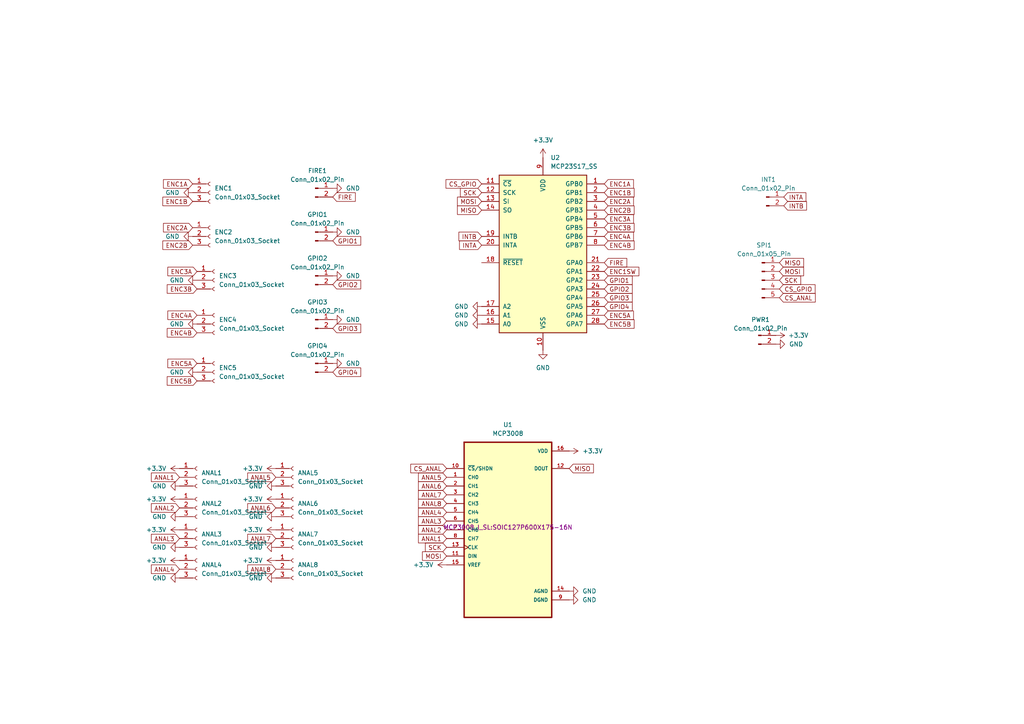
<source format=kicad_sch>
(kicad_sch (version 20230121) (generator eeschema)
  (paper "A4")
  (lib_symbols
    (symbol "Connector:Conn_01x02_Pin" (pin_names (offset 1.016) hide)
      (property "Reference" "J" (at 0 2.54 0))
      (property "Value" "Conn_01x02_Pin" (at 0 -5.08 0))
      (symbol "Conn_01x02_Pin_1_1"
        (polyline (pts (xy 1.27 -2.54) (xy 0.8636 -2.54)) (stroke (width 0.1524)))
        (polyline (pts (xy 1.27 0) (xy 0.8636 0)) (stroke (width 0.1524)))
        (rectangle (start 0.8636 -2.413) (end 0 -2.667) (stroke (width 0.1524)) (fill (type outline)))
        (rectangle (start 0.8636 0.127) (end 0 -0.127) (stroke (width 0.1524)) (fill (type outline)))
        (pin passive line (at 5.08 0 180) (length 3.81) (name "Pin_1") (number "1"))
        (pin passive line (at 5.08 -2.54 180) (length 3.81) (name "Pin_2") (number "2"))
      )
    )
    (symbol "Connector:Conn_01x03_Socket" (pin_names (offset 1.016) hide)
      (property "Reference" "J" (at 0 5.08 0))
      (property "Value" "Conn_01x03_Socket" (at 0 -5.08 0))
      (symbol "Conn_01x03_Socket_1_1"
        (arc (start 0 -2.032) (mid -0.5058 -2.54) (end 0 -3.048) (stroke (width 0.1524)))
        (polyline (pts (xy -1.27 -2.54) (xy -0.508 -2.54)) (stroke (width 0.1524)))
        (polyline (pts (xy -1.27 0) (xy -0.508 0)) (stroke (width 0.1524)))
        (polyline (pts (xy -1.27 2.54) (xy -0.508 2.54)) (stroke (width 0.1524)))
        (arc (start 0 0.508) (mid -0.5058 0) (end 0 -0.508) (stroke (width 0.1524)))
        (arc (start 0 3.048) (mid -0.5058 2.54) (end 0 2.032) (stroke (width 0.1524)))
        (pin passive line (at -5.08 2.54 0) (length 3.81) (name "Pin_1") (number "1"))
        (pin passive line (at -5.08 0 0) (length 3.81) (name "Pin_2") (number "2"))
        (pin passive line (at -5.08 -2.54 0) (length 3.81) (name "Pin_3") (number "3"))
      )
    )
    (symbol "Connector:Conn_01x05_Pin" (pin_names (offset 1.016) hide)
      (property "Reference" "J" (at 0 7.62 0))
      (property "Value" "Conn_01x05_Pin" (at 0 -7.62 0))
      (symbol "Conn_01x05_Pin_1_1"
        (polyline (pts (xy 1.27 -5.08) (xy 0.8636 -5.08)) (stroke (width 0.1524)))
        (polyline (pts (xy 1.27 -2.54) (xy 0.8636 -2.54)) (stroke (width 0.1524)))
        (polyline (pts (xy 1.27 0) (xy 0.8636 0)) (stroke (width 0.1524)))
        (polyline (pts (xy 1.27 2.54) (xy 0.8636 2.54)) (stroke (width 0.1524)))
        (polyline (pts (xy 1.27 5.08) (xy 0.8636 5.08)) (stroke (width 0.1524)))
        (rectangle (start 0.8636 -4.953) (end 0 -5.207) (stroke (width 0.1524)) (fill (type outline)))
        (rectangle (start 0.8636 -2.413) (end 0 -2.667) (stroke (width 0.1524)) (fill (type outline)))
        (rectangle (start 0.8636 0.127) (end 0 -0.127) (stroke (width 0.1524)) (fill (type outline)))
        (rectangle (start 0.8636 2.667) (end 0 2.413) (stroke (width 0.1524)) (fill (type outline)))
        (rectangle (start 0.8636 5.207) (end 0 4.953) (stroke (width 0.1524)) (fill (type outline)))
        (pin passive line (at 5.08 5.08 180) (length 3.81) (name "Pin_1") (number "1"))
        (pin passive line (at 5.08 2.54 180) (length 3.81) (name "Pin_2") (number "2"))
        (pin passive line (at 5.08 0 180) (length 3.81) (name "Pin_3") (number "3"))
        (pin passive line (at 5.08 -2.54 180) (length 3.81) (name "Pin_4") (number "4"))
        (pin passive line (at 5.08 -5.08 180) (length 3.81) (name "Pin_5") (number "5"))
      )
    )
    (symbol "Interface_Expansion:MCP23S17_SS" (pin_names (offset 1.016))
      (property "Reference" "U" (at -11.43 24.13 0))
      (property "Value" "MCP23S17_SS" (at 0 0 0))
      (symbol "MCP23S17_SS_0_1"
        (rectangle (start -12.7 22.86) (end 12.7 -22.86) (stroke (width 0.254)) (fill (type background)))
      )
      (symbol "MCP23S17_SS_1_1"
        (pin bidirectional line (at 17.78 20.32 180) (length 5.08) (name "GPB0") (number "1"))
        (pin power_in line (at 0 -27.94 90) (length 5.08) (name "VSS") (number "10"))
        (pin input line (at -17.78 20.32 0) (length 5.08) (name "~{CS}") (number "11"))
        (pin input line (at -17.78 17.78 0) (length 5.08) (name "SCK") (number "12"))
        (pin input line (at -17.78 15.24 0) (length 5.08) (name "SI") (number "13"))
        (pin output line (at -17.78 12.7 0) (length 5.08) (name "SO") (number "14"))
        (pin input line (at -17.78 -20.32 0) (length 5.08) (name "A0") (number "15"))
        (pin input line (at -17.78 -17.78 0) (length 5.08) (name "A1") (number "16"))
        (pin input line (at -17.78 -15.24 0) (length 5.08) (name "A2") (number "17"))
        (pin input line (at -17.78 -2.54 0) (length 5.08) (name "~{RESET}") (number "18"))
        (pin tri_state line (at -17.78 5.08 0) (length 5.08) (name "INTB") (number "19"))
        (pin bidirectional line (at 17.78 17.78 180) (length 5.08) (name "GPB1") (number "2"))
        (pin tri_state line (at -17.78 2.54 0) (length 5.08) (name "INTA") (number "20"))
        (pin bidirectional line (at 17.78 -2.54 180) (length 5.08) (name "GPA0") (number "21"))
        (pin bidirectional line (at 17.78 -5.08 180) (length 5.08) (name "GPA1") (number "22"))
        (pin bidirectional line (at 17.78 -7.62 180) (length 5.08) (name "GPA2") (number "23"))
        (pin bidirectional line (at 17.78 -10.16 180) (length 5.08) (name "GPA3") (number "24"))
        (pin bidirectional line (at 17.78 -12.7 180) (length 5.08) (name "GPA4") (number "25"))
        (pin bidirectional line (at 17.78 -15.24 180) (length 5.08) (name "GPA5") (number "26"))
        (pin bidirectional line (at 17.78 -17.78 180) (length 5.08) (name "GPA6") (number "27"))
        (pin bidirectional line (at 17.78 -20.32 180) (length 5.08) (name "GPA7") (number "28"))
        (pin bidirectional line (at 17.78 15.24 180) (length 5.08) (name "GPB2") (number "3"))
        (pin bidirectional line (at 17.78 12.7 180) (length 5.08) (name "GPB3") (number "4"))
        (pin bidirectional line (at 17.78 10.16 180) (length 5.08) (name "GPB4") (number "5"))
        (pin bidirectional line (at 17.78 7.62 180) (length 5.08) (name "GPB5") (number "6"))
        (pin bidirectional line (at 17.78 5.08 180) (length 5.08) (name "GPB6") (number "7"))
        (pin bidirectional line (at 17.78 2.54 180) (length 5.08) (name "GPB7") (number "8"))
        (pin power_in line (at 0 27.94 270) (length 5.08) (name "VDD") (number "9"))
      )
    )
    (symbol "MCP3008-I_SL:MCP3008-I_SL" (pin_names (offset 1.016))
      (property "Reference" "U" (at -12.7 26.4 0))
      (property "Value" "MCP3008-I_SL" (at -12.7 -29.4 0))
      (symbol "MCP3008-I_SL_0_0"
        (rectangle (start -12.7 -25.4) (end 12.7 25.4) (stroke (width 0.41)) (fill (type background)))
        (pin input line (at -17.78 15.24 0) (length 5.08) (name "CH0") (number "1"))
        (pin input line (at -17.78 17.78 0) (length 5.08) (name "~{CS}/SHDN") (number "10"))
        (pin input line (at -17.78 -7.62 0) (length 5.08) (name "DIN") (number "11"))
        (pin output line (at 17.78 17.78 180) (length 5.08) (name "DOUT") (number "12"))
        (pin input clock (at -17.78 -5.08 0) (length 5.08) (name "CLK") (number "13"))
        (pin power_in line (at 17.78 -17.78 180) (length 5.08) (name "AGND") (number "14"))
        (pin input line (at -17.78 -10.16 0) (length 5.08) (name "VREF") (number "15"))
        (pin power_in line (at 17.78 22.86 180) (length 5.08) (name "VDD") (number "16"))
        (pin input line (at -17.78 12.7 0) (length 5.08) (name "CH1") (number "2"))
        (pin input line (at -17.78 10.16 0) (length 5.08) (name "CH2") (number "3"))
        (pin input line (at -17.78 7.62 0) (length 5.08) (name "CH3") (number "4"))
        (pin input line (at -17.78 5.08 0) (length 5.08) (name "CH4") (number "5"))
        (pin input line (at -17.78 2.54 0) (length 5.08) (name "CH5") (number "6"))
        (pin input line (at -17.78 0 0) (length 5.08) (name "CH6") (number "7"))
        (pin input line (at -17.78 -2.54 0) (length 5.08) (name "CH7") (number "8"))
        (pin power_in line (at 17.78 -20.32 180) (length 5.08) (name "DGND") (number "9"))
      )
    )
    (symbol "power:+3.3V" (power) (pin_names (offset 0))
      (property "Value" "+3.3V" (at 0 3.556 0))
      (symbol "+3.3V_0_1"
        (polyline (pts (xy -0.762 1.27) (xy 0 2.54)))
        (polyline (pts (xy 0 0) (xy 0 2.54)))
        (polyline (pts (xy 0 2.54) (xy 0.762 1.27)))
      )
      (symbol "+3.3V_1_1"
        (pin power_in line (at 0 0 90) (length 0) hide (name "+3.3V") (number "1"))
      )
    )
    (symbol "power:GND" (power) (pin_names (offset 0))
      (property "Value" "GND" (at 0 -3.81 0))
      (symbol "GND_0_1"
        (polyline (pts (xy 0 0) (xy 0 -1.27) (xy 1.27 -1.27) (xy 0 -2.54) (xy -1.27 -1.27) (xy 0 -1.27)))
      )
      (symbol "GND_1_1"
        (pin power_in line (at 0 0 270) (length 0) hide (name "GND") (number "1"))
      )
    )
  )
  (global_label "GPIO4" (shape input) (at 175.26 88.9 0) (property "Intersheetrefs" "${INTERSHEET_REFS}" (effects hide)))
  (global_label "MISO" (shape input) (at 139.7 60.96 180) (property "Intersheetrefs" "${INTERSHEET_REFS}" (effects hide)))
  (global_label "GPIO1" (shape input) (at 96.52 69.85 0) (property "Intersheetrefs" "${INTERSHEET_REFS}" (effects hide)))
  (global_label "ENC1B" (shape input) (at 55.88 58.42 180) (property "Intersheetrefs" "${INTERSHEET_REFS}" (effects hide)))
  (global_label "ENC4B" (shape input) (at 175.26 71.12 0) (property "Intersheetrefs" "${INTERSHEET_REFS}" (effects hide)))
  (global_label "FIRE" (shape input) (at 96.52 57.15 0) (property "Intersheetrefs" "${INTERSHEET_REFS}" (effects hide)))
  (global_label "ENC1B" (shape input) (at 175.26 55.88 0) (property "Intersheetrefs" "${INTERSHEET_REFS}" (effects hide)))
  (global_label "ANAL6" (shape input) (at 129.54 140.97 180) (property "Intersheetrefs" "${INTERSHEET_REFS}" (effects hide)))
  (global_label "CS_GPIO" (shape input) (at 226.06 83.82 0) (property "Intersheetrefs" "${INTERSHEET_REFS}" (effects hide)))
  (global_label "ENC1A" (shape input) (at 175.26 53.34 0) (property "Intersheetrefs" "${INTERSHEET_REFS}" (effects hide)))
  (global_label "MOSI" (shape input) (at 226.06 78.74 0) (property "Intersheetrefs" "${INTERSHEET_REFS}" (effects hide)))
  (global_label "GPIO4" (shape input) (at 96.52 107.95 0) (property "Intersheetrefs" "${INTERSHEET_REFS}" (effects hide)))
  (global_label "ANAL7" (shape input) (at 80.01 156.21 180) (property "Intersheetrefs" "${INTERSHEET_REFS}" (effects hide)))
  (global_label "ENC5B" (shape input) (at 175.26 93.98 0) (property "Intersheetrefs" "${INTERSHEET_REFS}" (effects hide)))
  (global_label "ANAL4" (shape input) (at 52.07 165.1 180) (property "Intersheetrefs" "${INTERSHEET_REFS}" (effects hide)))
  (global_label "ANAL6" (shape input) (at 80.01 147.32 180) (property "Intersheetrefs" "${INTERSHEET_REFS}" (effects hide)))
  (global_label "ENC1A" (shape input) (at 55.88 53.34 180) (property "Intersheetrefs" "${INTERSHEET_REFS}" (effects hide)))
  (global_label "FIRE" (shape input) (at 175.26 76.2 0) (property "Intersheetrefs" "${INTERSHEET_REFS}" (effects hide)))
  (global_label "ENC4B" (shape input) (at 57.15 96.52 180) (property "Intersheetrefs" "${INTERSHEET_REFS}" (effects hide)))
  (global_label "ENC2B" (shape input) (at 55.88 71.12 180) (property "Intersheetrefs" "${INTERSHEET_REFS}" (effects hide)))
  (global_label "GPIO1" (shape input) (at 175.26 81.28 0) (property "Intersheetrefs" "${INTERSHEET_REFS}" (effects hide)))
  (global_label "ENC5B" (shape input) (at 57.15 110.49 180) (property "Intersheetrefs" "${INTERSHEET_REFS}" (effects hide)))
  (global_label "ENC2B" (shape input) (at 175.26 60.96 0) (property "Intersheetrefs" "${INTERSHEET_REFS}" (effects hide)))
  (global_label "ENC3A" (shape input) (at 57.15 78.74 180) (property "Intersheetrefs" "${INTERSHEET_REFS}" (effects hide)))
  (global_label "ENC3B" (shape input) (at 175.26 66.04 0) (property "Intersheetrefs" "${INTERSHEET_REFS}" (effects hide)))
  (global_label "GPIO2" (shape input) (at 175.26 83.82 0) (property "Intersheetrefs" "${INTERSHEET_REFS}" (effects hide)))
  (global_label "ENC4A" (shape input) (at 57.15 91.44 180) (property "Intersheetrefs" "${INTERSHEET_REFS}" (effects hide)))
  (global_label "ENC2A" (shape input) (at 55.88 66.04 180) (property "Intersheetrefs" "${INTERSHEET_REFS}" (effects hide)))
  (global_label "ANAL2" (shape input) (at 52.07 147.32 180) (property "Intersheetrefs" "${INTERSHEET_REFS}" (effects hide)))
  (global_label "ENC4A" (shape input) (at 175.26 68.58 0) (property "Intersheetrefs" "${INTERSHEET_REFS}" (effects hide)))
  (global_label "ENC3A" (shape input) (at 175.26 63.5 0) (property "Intersheetrefs" "${INTERSHEET_REFS}" (effects hide)))
  (global_label "SCK" (shape input) (at 129.54 158.75 180) (property "Intersheetrefs" "${INTERSHEET_REFS}" (effects hide)))
  (global_label "SCK" (shape input) (at 139.7 55.88 180) (property "Intersheetrefs" "${INTERSHEET_REFS}" (effects hide)))
  (global_label "CS_ANAL" (shape input) (at 129.54 135.89 180) (property "Intersheetrefs" "${INTERSHEET_REFS}" (effects hide)))
  (global_label "ANAL5" (shape input) (at 129.54 138.43 180) (property "Intersheetrefs" "${INTERSHEET_REFS}" (effects hide)))
  (global_label "ENC2A" (shape input) (at 175.26 58.42 0) (property "Intersheetrefs" "${INTERSHEET_REFS}" (effects hide)))
  (global_label "SCK" (shape input) (at 226.06 81.28 0) (property "Intersheetrefs" "${INTERSHEET_REFS}" (effects hide)))
  (global_label "CS_ANAL" (shape input) (at 226.06 86.36 0) (property "Intersheetrefs" "${INTERSHEET_REFS}" (effects hide)))
  (global_label "ANAL4" (shape input) (at 129.54 148.59 180) (property "Intersheetrefs" "${INTERSHEET_REFS}" (effects hide)))
  (global_label "GPIO2" (shape input) (at 96.52 82.55 0) (property "Intersheetrefs" "${INTERSHEET_REFS}" (effects hide)))
  (global_label "ANAL2" (shape input) (at 129.54 153.67 180) (property "Intersheetrefs" "${INTERSHEET_REFS}" (effects hide)))
  (global_label "MISO" (shape input) (at 226.06 76.2 0) (property "Intersheetrefs" "${INTERSHEET_REFS}" (effects hide)))
  (global_label "INTA" (shape input) (at 139.7 71.12 180) (property "Intersheetrefs" "${INTERSHEET_REFS}" (effects hide)))
  (global_label "ANAL1" (shape input) (at 129.54 156.21 180) (property "Intersheetrefs" "${INTERSHEET_REFS}" (effects hide)))
  (global_label "INTB" (shape input) (at 139.7 68.58 180) (property "Intersheetrefs" "${INTERSHEET_REFS}" (effects hide)))
  (global_label "INTA" (shape input) (at 227.33 57.15 0) (property "Intersheetrefs" "${INTERSHEET_REFS}" (effects hide)))
  (global_label "GPIO3" (shape input) (at 96.52 95.25 0) (property "Intersheetrefs" "${INTERSHEET_REFS}" (effects hide)))
  (global_label "ANAL7" (shape input) (at 129.54 143.51 180) (property "Intersheetrefs" "${INTERSHEET_REFS}" (effects hide)))
  (global_label "ANAL1" (shape input) (at 52.07 138.43 180) (property "Intersheetrefs" "${INTERSHEET_REFS}" (effects hide)))
  (global_label "ENC3B" (shape input) (at 57.15 83.82 180) (property "Intersheetrefs" "${INTERSHEET_REFS}" (effects hide)))
  (global_label "ANAL8" (shape input) (at 129.54 146.05 180) (property "Intersheetrefs" "${INTERSHEET_REFS}" (effects hide)))
  (global_label "ANAL5" (shape input) (at 80.01 138.43 180) (property "Intersheetrefs" "${INTERSHEET_REFS}" (effects hide)))
  (global_label "ENC1SW" (shape input) (at 175.26 78.74 0) (property "Intersheetrefs" "${INTERSHEET_REFS}" (effects hide)))
  (global_label "INTB" (shape input) (at 227.33 59.69 0) (property "Intersheetrefs" "${INTERSHEET_REFS}" (effects hide)))
  (global_label "MISO" (shape input) (at 165.1 135.89 0) (property "Intersheetrefs" "${INTERSHEET_REFS}" (effects hide)))
  (global_label "GPIO3" (shape input) (at 175.26 86.36 0) (property "Intersheetrefs" "${INTERSHEET_REFS}" (effects hide)))
  (global_label "MOSI" (shape input) (at 139.7 58.42 180) (property "Intersheetrefs" "${INTERSHEET_REFS}" (effects hide)))
  (global_label "CS_GPIO" (shape input) (at 139.7 53.34 180) (property "Intersheetrefs" "${INTERSHEET_REFS}" (effects hide)))
  (global_label "ANAL3" (shape input) (at 129.54 151.13 180) (property "Intersheetrefs" "${INTERSHEET_REFS}" (effects hide)))
  (global_label "ENC5A" (shape input) (at 57.15 105.41 180) (property "Intersheetrefs" "${INTERSHEET_REFS}" (effects hide)))
  (global_label "ANAL8" (shape input) (at 80.01 165.1 180) (property "Intersheetrefs" "${INTERSHEET_REFS}" (effects hide)))
  (global_label "ANAL3" (shape input) (at 52.07 156.21 180) (property "Intersheetrefs" "${INTERSHEET_REFS}" (effects hide)))
  (global_label "MOSI" (shape input) (at 129.54 161.29 180) (property "Intersheetrefs" "${INTERSHEET_REFS}" (effects hide)))
  (global_label "ENC5A" (shape input) (at 175.26 91.44 0) (property "Intersheetrefs" "${INTERSHEET_REFS}" (effects hide)))
  (symbol (lib_id "power:GND") (at 80.01 167.64 270) (unit 1)
    (property "Reference" "#PWR021" (effects hide))
    (property "Value" "GND" (at 76.2 167.64 90) (effects (justify right)))
  )
  (symbol (lib_id "power:+3.3V") (at 80.01 153.67 90) (unit 1)
    (property "Reference" "#PWR018" (effects hide))
    (property "Value" "+3.3V" (at 76.2 153.67 90) (effects (justify left)))
  )
  (symbol (lib_id "Interface_Expansion:MCP23S17_SS") (at 157.48 73.66 0) (unit 1)
    (property "Reference" "U2" (at 159.6741 45.72 0) (effects (justify left)))
    (property "Value" "MCP23S17_SS" (at 159.6741 48.26 0) (effects (justify left)))
    (property "Footprint" "Package_SO:SSOP-28_5.3x10.2mm_P0.65mm" (effects hide))
    (property "Datasheet" "http://ww1.microchip.com/downloads/en/DeviceDoc/20001952C.pdf" (effects hide))
  )
  (symbol (lib_id "Connector:Conn_01x02_Pin") (at 91.44 92.71 0) (unit 1)
    (property "Reference" "GPIO3" (at 92.075 87.63 0))
    (property "Value" "Conn_01x02_Pin" (at 92.075 90.17 0))
    (property "Footprint" "Connector_JST:JST_XH_B2B-XH-AM_1x02_P2.50mm_Vertical" (effects hide))
  )
  (symbol (lib_id "power:GND") (at 80.01 149.86 270) (unit 1)
    (property "Reference" "#PWR017" (effects hide))
    (property "Value" "GND" (at 76.2 149.86 90) (effects (justify right)))
  )
  (symbol (lib_id "power:+3.3V") (at 157.48 45.72 0) (unit 1)
    (property "Reference" "#PWR031" (effects hide))
    (property "Value" "+3.3V" (at 157.48 40.64 0))
  )
  (symbol (lib_id "power:+3.3V") (at 52.07 144.78 90) (unit 1)
    (property "Reference" "#PWR03" (effects hide))
    (property "Value" "+3.3V" (at 48.26 144.78 90) (effects (justify left)))
  )
  (symbol (lib_id "Connector:Conn_01x03_Socket") (at 57.15 147.32 0) (unit 1)
    (property "Reference" "ANAL2" (at 58.42 146.05 0) (effects (justify left)))
    (property "Value" "Conn_01x03_Socket" (at 58.42 148.59 0) (effects (justify left)))
    (property "Footprint" "Connector_JST:JST_XH_B3B-XH-AM_1x03_P2.50mm_Vertical" (effects hide))
  )
  (symbol (lib_id "Connector:Conn_01x03_Socket") (at 57.15 165.1 0) (unit 1)
    (property "Reference" "ANAL4" (at 58.42 163.83 0) (effects (justify left)))
    (property "Value" "Conn_01x03_Socket" (at 58.42 166.37 0) (effects (justify left)))
    (property "Footprint" "Connector_JST:JST_XH_B3B-XH-AM_1x03_P2.50mm_Vertical" (effects hide))
  )
  (symbol (lib_id "power:GND") (at 80.01 140.97 270) (unit 1)
    (property "Reference" "#PWR015" (effects hide))
    (property "Value" "GND" (at 76.2 140.97 90) (effects (justify right)))
  )
  (symbol (lib_id "power:GND") (at 157.48 101.6 0) (unit 1)
    (property "Reference" "#PWR032" (effects hide))
    (property "Value" "GND" (at 157.48 106.68 0))
  )
  (symbol (lib_id "power:GND") (at 52.07 158.75 270) (unit 1)
    (property "Reference" "#PWR06" (effects hide))
    (property "Value" "GND" (at 48.26 158.75 90) (effects (justify right)))
  )
  (symbol (lib_id "power:GND") (at 96.52 67.31 90) (unit 1)
    (property "Reference" "#PWR023" (effects hide))
    (property "Value" "GND" (at 100.33 67.31 90) (effects (justify right)))
  )
  (symbol (lib_id "power:GND") (at 96.52 92.71 90) (unit 1)
    (property "Reference" "#PWR025" (effects hide))
    (property "Value" "GND" (at 100.33 92.71 90) (effects (justify right)))
  )
  (symbol (lib_id "power:GND") (at 80.01 158.75 270) (unit 1)
    (property "Reference" "#PWR019" (effects hide))
    (property "Value" "GND" (at 76.2 158.75 90) (effects (justify right)))
  )
  (symbol (lib_id "Connector:Conn_01x02_Pin") (at 91.44 54.61 0) (unit 1)
    (property "Reference" "FIRE1" (at 92.075 49.53 0))
    (property "Value" "Conn_01x02_Pin" (at 92.075 52.07 0))
    (property "Footprint" "Connector_JST:JST_XH_B2B-XH-AM_1x02_P2.50mm_Vertical" (effects hide))
  )
  (symbol (lib_id "power:GND") (at 57.15 81.28 270) (unit 1)
    (property "Reference" "#PWR011" (effects hide))
    (property "Value" "GND" (at 53.34 81.28 90) (effects (justify right)))
  )
  (symbol (lib_id "power:+3.3V") (at 165.1 130.81 270) (unit 1)
    (property "Reference" "#PWR033" (effects hide))
    (property "Value" "+3.3V" (at 168.91 130.81 90) (effects (justify left)))
  )
  (symbol (lib_id "power:GND") (at 96.52 54.61 90) (unit 1)
    (property "Reference" "#PWR022" (effects hide))
    (property "Value" "GND" (at 100.33 54.61 90) (effects (justify right)))
  )
  (symbol (lib_id "power:+3.3V") (at 52.07 153.67 90) (unit 1)
    (property "Reference" "#PWR05" (effects hide))
    (property "Value" "+3.3V" (at 48.26 153.67 90) (effects (justify left)))
  )
  (symbol (lib_id "Connector:Conn_01x02_Pin") (at 219.964 97.282 0) (unit 1)
    (property "Reference" "PWR1" (at 220.599 92.71 0))
    (property "Value" "Conn_01x02_Pin" (at 220.599 95.25 0))
    (property "Footprint" "Connector_JST:JST_XH_B2B-XH-AM_1x02_P2.50mm_Vertical" (effects hide))
  )
  (symbol (lib_id "power:GND") (at 96.52 80.01 90) (unit 1)
    (property "Reference" "#PWR024" (effects hide))
    (property "Value" "GND" (at 100.33 80.01 90) (effects (justify right)))
  )
  (symbol (lib_id "Connector:Conn_01x03_Socket") (at 85.09 156.21 0) (unit 1)
    (property "Reference" "ANAL7" (at 86.36 154.94 0) (effects (justify left)))
    (property "Value" "Conn_01x03_Socket" (at 86.36 157.48 0) (effects (justify left)))
    (property "Footprint" "Connector_JST:JST_XH_B3B-XH-AM_1x03_P2.50mm_Vertical" (effects hide))
  )
  (symbol (lib_id "Connector:Conn_01x03_Socket") (at 62.23 93.98 0) (unit 1)
    (property "Reference" "ENC4" (at 63.5 92.71 0) (effects (justify left)))
    (property "Value" "Conn_01x03_Socket" (at 63.5 95.25 0) (effects (justify left)))
    (property "Footprint" "Connector_JST:JST_XH_B3B-XH-AM_1x03_P2.50mm_Vertical" (effects hide))
  )
  (symbol (lib_id "Connector:Conn_01x03_Socket") (at 85.09 165.1 0) (unit 1)
    (property "Reference" "ANAL8" (at 86.36 163.83 0) (effects (justify left)))
    (property "Value" "Conn_01x03_Socket" (at 86.36 166.37 0) (effects (justify left)))
    (property "Footprint" "Connector_JST:JST_XH_B3B-XH-AM_1x03_P2.50mm_Vertical" (effects hide))
  )
  (symbol (lib_id "power:+3.3V") (at 52.07 162.56 90) (unit 1)
    (property "Reference" "#PWR07" (effects hide))
    (property "Value" "+3.3V" (at 48.26 162.56 90) (effects (justify left)))
  )
  (symbol (lib_id "power:+3.3V") (at 80.01 144.78 90) (unit 1)
    (property "Reference" "#PWR016" (effects hide))
    (property "Value" "+3.3V" (at 76.2 144.78 90) (effects (justify left)))
  )
  (symbol (lib_id "Connector:Conn_01x03_Socket") (at 85.09 147.32 0) (unit 1)
    (property "Reference" "ANAL6" (at 86.36 146.05 0) (effects (justify left)))
    (property "Value" "Conn_01x03_Socket" (at 86.36 148.59 0) (effects (justify left)))
    (property "Footprint" "Connector_JST:JST_XH_B3B-XH-AM_1x03_P2.50mm_Vertical" (effects hide))
  )
  (symbol (lib_id "power:GND") (at 165.1 173.99 90) (unit 1)
    (property "Reference" "#PWR035" (effects hide))
    (property "Value" "GND" (at 168.91 173.99 90) (effects (justify right)))
  )
  (symbol (lib_id "Connector:Conn_01x03_Socket") (at 62.23 107.95 0) (unit 1)
    (property "Reference" "ENC5" (at 63.5 106.68 0) (effects (justify left)))
    (property "Value" "Conn_01x03_Socket" (at 63.5 109.22 0) (effects (justify left)))
    (property "Footprint" "Connector_JST:JST_XH_B3B-XH-AM_1x03_P2.50mm_Vertical" (effects hide))
  )
  (symbol (lib_id "Connector:Conn_01x02_Pin") (at 91.44 105.41 0) (unit 1)
    (property "Reference" "GPIO4" (at 92.075 100.33 0))
    (property "Value" "Conn_01x02_Pin" (at 92.075 102.87 0))
    (property "Footprint" "Connector_JST:JST_XH_B2B-XH-AM_1x02_P2.50mm_Vertical" (effects hide))
  )
  (symbol (lib_id "power:GND") (at 57.15 107.95 270) (unit 1)
    (property "Reference" "#PWR013" (effects hide))
    (property "Value" "GND" (at 53.34 107.95 90) (effects (justify right)))
  )
  (symbol (lib_id "Connector:Conn_01x02_Pin") (at 91.44 67.31 0) (unit 1)
    (property "Reference" "GPIO1" (at 92.075 62.23 0))
    (property "Value" "Conn_01x02_Pin" (at 92.075 64.77 0))
    (property "Footprint" "Connector_JST:JST_XH_B2B-XH-AM_1x02_P2.50mm_Vertical" (effects hide))
  )
  (symbol (lib_id "power:GND") (at 52.07 140.97 270) (unit 1)
    (property "Reference" "#PWR02" (effects hide))
    (property "Value" "GND" (at 48.26 140.97 90) (effects (justify right)))
  )
  (symbol (lib_id "power:GND") (at 52.07 149.86 270) (unit 1)
    (property "Reference" "#PWR04" (effects hide))
    (property "Value" "GND" (at 48.26 149.86 90) (effects (justify right)))
  )
  (symbol (lib_id "power:+3.3V") (at 129.54 163.83 90) (unit 1)
    (property "Reference" "#PWR027" (effects hide))
    (property "Value" "+3.3V" (at 125.73 163.83 90) (effects (justify left)))
  )
  (symbol (lib_id "power:+3.3V") (at 225.044 97.282 270) (unit 1)
    (property "Reference" "#PWR036" (effects hide))
    (property "Value" "+3.3V" (at 228.6 97.282 90) (effects (justify left)))
  )
  (symbol (lib_id "Connector:Conn_01x03_Socket") (at 62.23 81.28 0) (unit 1)
    (property "Reference" "ENC3" (at 63.5 80.01 0) (effects (justify left)))
    (property "Value" "Conn_01x03_Socket" (at 63.5 82.55 0) (effects (justify left)))
    (property "Footprint" "Connector_JST:JST_XH_B3B-XH-AM_1x03_P2.50mm_Vertical" (effects hide))
  )
  (symbol (lib_id "power:GND") (at 55.88 55.88 270) (unit 1)
    (property "Reference" "#PWR09" (effects hide))
    (property "Value" "GND" (at 52.07 55.88 90) (effects (justify right)))
  )
  (symbol (lib_id "power:+3.3V") (at 80.01 135.89 90) (unit 1)
    (property "Reference" "#PWR014" (effects hide))
    (property "Value" "+3.3V" (at 76.2 135.89 90) (effects (justify left)))
  )
  (symbol (lib_id "MCP3008-I_SL:MCP3008-I_SL") (at 147.32 153.67 0) (unit 1)
    (property "Reference" "U1" (at 147.32 123.19 0))
    (property "Value" "MCP3008" (at 147.32 125.73 0))
    (property "Footprint" "MCP3008_I_SL:SOIC127P600X175-16N" (at 147.32 153.67 0) (effects (justify bottom)))
    (property "Datasheet" "http://ww1.microchip.com/downloads/en/DeviceDoc/21295d.pdf" (effects hide))
  )
  (symbol (lib_id "power:GND") (at 55.88 68.58 270) (unit 1)
    (property "Reference" "#PWR010" (effects hide))
    (property "Value" "GND" (at 52.07 68.58 90) (effects (justify right)))
  )
  (symbol (lib_id "power:GND") (at 165.1 171.45 90) (unit 1)
    (property "Reference" "#PWR034" (effects hide))
    (property "Value" "GND" (at 168.91 171.45 90) (effects (justify right)))
  )
  (symbol (lib_id "power:+3.3V") (at 52.07 135.89 90) (unit 1)
    (property "Reference" "#PWR01" (effects hide))
    (property "Value" "+3.3V" (at 48.26 135.89 90) (effects (justify left)))
  )
  (symbol (lib_id "Connector:Conn_01x03_Socket") (at 57.15 156.21 0) (unit 1)
    (property "Reference" "ANAL3" (at 58.42 154.94 0) (effects (justify left)))
    (property "Value" "Conn_01x03_Socket" (at 58.42 157.48 0) (effects (justify left)))
    (property "Footprint" "Connector_JST:JST_XH_B3B-XH-AM_1x03_P2.50mm_Vertical" (effects hide))
  )
  (symbol (lib_id "power:+3.3V") (at 80.01 162.56 90) (unit 1)
    (property "Reference" "#PWR020" (effects hide))
    (property "Value" "+3.3V" (at 76.2 162.56 90) (effects (justify left)))
  )
  (symbol (lib_id "Connector:Conn_01x03_Socket") (at 60.96 55.88 0) (unit 1)
    (property "Reference" "ENC1" (at 62.23 54.61 0) (effects (justify left)))
    (property "Value" "Conn_01x03_Socket" (at 62.23 57.15 0) (effects (justify left)))
    (property "Footprint" "Connector_JST:JST_XH_B3B-XH-AM_1x03_P2.50mm_Vertical" (effects hide))
  )
  (symbol (lib_id "Connector:Conn_01x03_Socket") (at 60.96 68.58 0) (unit 1)
    (property "Reference" "ENC2" (at 62.23 67.31 0) (effects (justify left)))
    (property "Value" "Conn_01x03_Socket" (at 62.23 69.85 0) (effects (justify left)))
    (property "Footprint" "Connector_JST:JST_XH_B3B-XH-AM_1x03_P2.50mm_Vertical" (effects hide))
  )
  (symbol (lib_id "Connector:Conn_01x02_Pin") (at 222.25 57.15 0) (unit 1)
    (property "Reference" "INT1" (at 222.885 52.07 0))
    (property "Value" "Conn_01x02_Pin" (at 222.885 54.61 0))
    (property "Footprint" "Connector_JST:JST_XH_B2B-XH-AM_1x02_P2.50mm_Vertical" (effects hide))
  )
  (symbol (lib_id "power:GND") (at 139.7 91.44 270) (unit 1)
    (property "Reference" "#PWR029" (effects hide))
    (property "Value" "GND" (at 135.89 91.44 90) (effects (justify right)))
  )
  (symbol (lib_id "Connector:Conn_01x03_Socket") (at 85.09 138.43 0) (unit 1)
    (property "Reference" "ANAL5" (at 86.36 137.16 0) (effects (justify left)))
    (property "Value" "Conn_01x03_Socket" (at 86.36 139.7 0) (effects (justify left)))
    (property "Footprint" "Connector_JST:JST_XH_B3B-XH-AM_1x03_P2.50mm_Vertical" (effects hide))
  )
  (symbol (lib_id "power:GND") (at 57.15 93.98 270) (unit 1)
    (property "Reference" "#PWR012" (effects hide))
    (property "Value" "GND" (at 53.34 93.98 90) (effects (justify right)))
  )
  (symbol (lib_id "power:GND") (at 139.7 93.98 270) (unit 1)
    (property "Reference" "#PWR030" (effects hide))
    (property "Value" "GND" (at 135.89 93.98 90) (effects (justify right)))
  )
  (symbol (lib_id "power:GND") (at 96.52 105.41 90) (unit 1)
    (property "Reference" "#PWR026" (effects hide))
    (property "Value" "GND" (at 100.33 105.41 90) (effects (justify right)))
  )
  (symbol (lib_id "power:GND") (at 225.044 99.822 90) (unit 1)
    (property "Reference" "#PWR037" (effects hide))
    (property "Value" "GND" (at 228.854 99.822 90) (effects (justify right)))
  )
  (symbol (lib_id "Connector:Conn_01x02_Pin") (at 91.44 80.01 0) (unit 1)
    (property "Reference" "GPIO2" (at 92.075 74.93 0))
    (property "Value" "Conn_01x02_Pin" (at 92.075 77.47 0))
    (property "Footprint" "Connector_JST:JST_XH_B2B-XH-AM_1x02_P2.50mm_Vertical" (effects hide))
  )
  (symbol (lib_id "Connector:Conn_01x03_Socket") (at 57.15 138.43 0) (unit 1)
    (property "Reference" "ANAL1" (at 58.42 137.16 0) (effects (justify left)))
    (property "Value" "Conn_01x03_Socket" (at 58.42 139.7 0) (effects (justify left)))
    (property "Footprint" "Connector_JST:JST_XH_B3B-XH-AM_1x03_P2.50mm_Vertical" (effects hide))
  )
  (symbol (lib_id "power:GND") (at 139.7 88.9 270) (unit 1)
    (property "Reference" "#PWR028" (effects hide))
    (property "Value" "GND" (at 135.89 88.9 90) (effects (justify right)))
  )
  (symbol (lib_id "power:GND") (at 52.07 167.64 270) (unit 1)
    (property "Reference" "#PWR08" (effects hide))
    (property "Value" "GND" (at 48.26 167.64 90) (effects (justify right)))
  )
  (symbol (lib_id "Connector:Conn_01x05_Pin") (at 220.98 81.28 0) (unit 1)
    (property "Reference" "SPI1" (at 221.615 71.12 0))
    (property "Value" "Conn_01x05_Pin" (at 221.615 73.66 0))
    (property "Footprint" "Connector_JST:JST_XH_B5B-XH-AM_1x05_P2.50mm_Vertical" (effects hide))
  )
)
</source>
